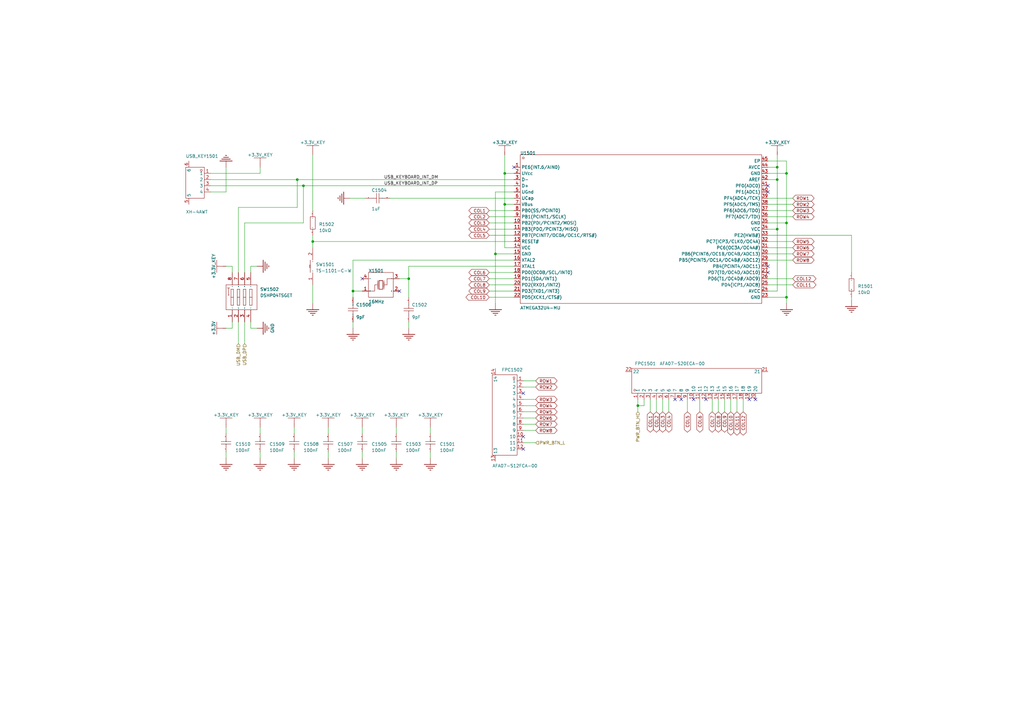
<source format=kicad_sch>
(kicad_sch (version 20250114) (generator "eeschema") (generator_version "9.0")
  (paper "A3")
  (lib_symbols
    (symbol "mainboard:0402B104K250NT"
      (property "Reference" "C" (at 0 0 0))
      (symbol "0402B104K250NT_1_0"
        (polyline (pts (xy -1.27 0) (xy -0.508 0)))
        (polyline (pts (xy -0.508 2.032) (xy -0.508 -2.032)))
        (polyline (pts (xy 0.508 2.032) (xy 0.508 -2.032)))
        (polyline (pts (xy 0.508 0) (xy 1.27 0)))
        (pin input line (at -3.81 0 0) (length 2.54) (name "1") (number "1"))
        (pin input line (at 3.81 0 180) (length 2.54) (name "2") (number "2"))
      )
    )
    (symbol "mainboard:0603WAF1002T5E"
      (symbol "0603WAF1002T5E_1_0"
        (rectangle (start -2.54 -1.016) (end 2.54 1.016))
        (pin input line (at -5.08 0 0) (length 2.54) (name "1") (number "1"))
        (pin input line (at 5.08 0 180) (length 2.54) (name "2") (number "2"))
      )
    )
    (symbol "mainboard:AFA07-S12FCA-00"
      (property "Reference" "FPC" (at 0 0 0))
      (symbol "AFA07-S12FCA-00_1_0"
        (rectangle (start -3.81 -16.51) (end 6.35 16.51))
        (circle (center -2.54 15.24) (radius 0.381))
        (pin input line (at -6.35 13.97 0) (length 2.54) (name "1") (number "1"))
        (pin input line (at -6.35 11.43 0) (length 2.54) (name "2") (number "2"))
        (pin input line (at -6.35 8.89 0) (length 2.54) (name "3") (number "3"))
        (pin input line (at -6.35 6.35 0) (length 2.54) (name "4") (number "4"))
        (pin input line (at -6.35 3.81 0) (length 2.54) (name "5") (number "5"))
        (pin input line (at -6.35 1.27 0) (length 2.54) (name "6") (number "6"))
        (pin input line (at -6.35 -1.27 0) (length 2.54) (name "7") (number "7"))
        (pin input line (at -6.35 -3.81 0) (length 2.54) (name "8") (number "8"))
        (pin input line (at -6.35 -6.35 0) (length 2.54) (name "9") (number "9"))
        (pin input line (at -6.35 -8.89 0) (length 2.54) (name "10") (number "10"))
        (pin input line (at -6.35 -11.43 0) (length 2.54) (name "11") (number "11"))
        (pin input line (at -6.35 -13.97 0) (length 2.54) (name "12") (number "12"))
        (pin input line (at 5.08 19.05 270) (length 2.54) (name "14") (number "14"))
        (pin input line (at 5.08 -19.05 90) (length 2.54) (name "13") (number "13"))
      )
    )
    (symbol "mainboard:AFA07-S20ECA-00"
      (property "Reference" "FPC" (at 0 0 0))
      (symbol "AFA07-S20ECA-00_1_0"
        (rectangle (start -3.81 -26.67) (end 6.35 26.67))
        (circle (center -2.54 25.4) (radius 0.381))
        (pin input line (at -6.35 24.13 0) (length 2.54) (name "1") (number "1"))
        (pin input line (at -6.35 21.59 0) (length 2.54) (name "2") (number "2"))
        (pin input line (at -6.35 19.05 0) (length 2.54) (name "3") (number "3"))
        (pin input line (at -6.35 16.51 0) (length 2.54) (name "4") (number "4"))
        (pin input line (at -6.35 13.97 0) (length 2.54) (name "5") (number "5"))
        (pin input line (at -6.35 11.43 0) (length 2.54) (name "6") (number "6"))
        (pin input line (at -6.35 8.89 0) (length 2.54) (name "7") (number "7"))
        (pin input line (at -6.35 6.35 0) (length 2.54) (name "8") (number "8"))
        (pin input line (at -6.35 3.81 0) (length 2.54) (name "9") (number "9"))
        (pin input line (at -6.35 1.27 0) (length 2.54) (name "10") (number "10"))
        (pin input line (at -6.35 -1.27 0) (length 2.54) (name "11") (number "11"))
        (pin input line (at -6.35 -3.81 0) (length 2.54) (name "12") (number "12"))
        (pin input line (at -6.35 -6.35 0) (length 2.54) (name "13") (number "13"))
        (pin input line (at -6.35 -8.89 0) (length 2.54) (name "14") (number "14"))
        (pin input line (at -6.35 -11.43 0) (length 2.54) (name "15") (number "15"))
        (pin input line (at -6.35 -13.97 0) (length 2.54) (name "16") (number "16"))
        (pin input line (at -6.35 -16.51 0) (length 2.54) (name "17") (number "17"))
        (pin input line (at -6.35 -19.05 0) (length 2.54) (name "18") (number "18"))
        (pin input line (at -6.35 -21.59 0) (length 2.54) (name "19") (number "19"))
        (pin input line (at -6.35 -24.13 0) (length 2.54) (name "20") (number "20"))
        (pin input line (at 5.08 29.21 270) (length 2.54) (name "22") (number "22"))
        (pin input line (at 5.08 -29.21 90) (length 2.54) (name "21") (number "21"))
      )
    )
    (symbol "mainboard:ATMEGA32U4-MU"
      (property "Reference" "U" (at 0 0 0))
      (symbol "ATMEGA32U4-MU_1_0"
        (rectangle (start -49.53 -30.48) (end 49.53 30.48))
        (circle (center -48.26 29.21) (radius 0.381))
        (pin unspecified line (at -52.07 25.4 0) (length 2.54) (name "PE6(INT.6/AIN0)") (number "1"))
        (pin unspecified line (at -52.07 22.86 0) (length 2.54) (name "UVcc") (number "2"))
        (pin unspecified line (at -52.07 20.32 0) (length 2.54) (name "D-") (number "3"))
        (pin unspecified line (at -52.07 17.78 0) (length 2.54) (name "D+") (number "4"))
        (pin unspecified line (at -52.07 15.24 0) (length 2.54) (name "UGnd") (number "5"))
        (pin unspecified line (at -52.07 12.7 0) (length 2.54) (name "UCap") (number "6"))
        (pin unspecified line (at -52.07 10.16 0) (length 2.54) (name "VBus") (number "7"))
        (pin unspecified line (at -52.07 7.62 0) (length 2.54) (name "PB0(SS/PCINT0)") (number "8"))
        (pin unspecified line (at -52.07 5.08 0) (length 2.54) (name "PB1(PCINT1/SCLK)") (number "9"))
        (pin unspecified line (at -52.07 2.54 0) (length 2.54) (name "PB2(PDI/PCINT2/MOSI)") (number "10"))
        (pin unspecified line (at -52.07 0 0) (length 2.54) (name "PB3(PDO/PCINT3/MISO)") (number "11"))
        (pin unspecified line (at -52.07 -2.54 0) (length 2.54) (name "PB7(PCINT7/OC0A/OC1C/RTS#)") (number "12"))
        (pin unspecified line (at -52.07 -5.08 0) (length 2.54) (name "RESET#") (number "13"))
        (pin unspecified line (at -52.07 -7.62 0) (length 2.54) (name "VCC") (number "14"))
        (pin unspecified line (at -52.07 -10.16 0) (length 2.54) (name "GND") (number "15"))
        (pin unspecified line (at -52.07 -12.7 0) (length 2.54) (name "XTAL2") (number "16"))
        (pin unspecified line (at -52.07 -15.24 0) (length 2.54) (name "XTAL1") (number "17"))
        (pin unspecified line (at -52.07 -17.78 0) (length 2.54) (name "PD0(OC0B/SCL/INT0)") (number "18"))
        (pin unspecified line (at -52.07 -20.32 0) (length 2.54) (name "PD1(SDA/INT1)") (number "19"))
        (pin unspecified line (at -52.07 -22.86 0) (length 2.54) (name "PD2(RXD1/INT2)") (number "20"))
        (pin unspecified line (at -52.07 -25.4 0) (length 2.54) (name "PD3(TXD1/INT3)") (number "21"))
        (pin unspecified line (at -52.07 -27.94 0) (length 2.54) (name "PD5(XCK1/CTS#)") (number "22"))
        (pin unspecified line (at 52.07 27.94 180) (length 2.54) (name "EP") (number "45"))
        (pin unspecified line (at 52.07 25.4 180) (length 2.54) (name "AVCC") (number "44"))
        (pin unspecified line (at 52.07 22.86 180) (length 2.54) (name "GND") (number "43"))
        (pin unspecified line (at 52.07 20.32 180) (length 2.54) (name "AREF") (number "42"))
        (pin unspecified line (at 52.07 17.78 180) (length 2.54) (name "PF0(ADC0)") (number "41"))
        (pin unspecified line (at 52.07 15.24 180) (length 2.54) (name "PF1(ADC1)") (number "40"))
        (pin unspecified line (at 52.07 12.7 180) (length 2.54) (name "PF4(ADC4/TCK)") (number "39"))
        (pin unspecified line (at 52.07 10.16 180) (length 2.54) (name "PF5(ADC5/TMS)") (number "38"))
        (pin unspecified line (at 52.07 7.62 180) (length 2.54) (name "PF6(ADC6/TDO)") (number "37"))
        (pin unspecified line (at 52.07 5.08 180) (length 2.54) (name "PF7(ADC7/TDI)") (number "36"))
        (pin unspecified line (at 52.07 2.54 180) (length 2.54) (name "GND") (number "35"))
        (pin unspecified line (at 52.07 0 180) (length 2.54) (name "VCC") (number "34"))
        (pin unspecified line (at 52.07 -2.54 180) (length 2.54) (name "PE2(HWB#)") (number "33"))
        (pin unspecified line (at 52.07 -5.08 180) (length 2.54) (name "PC7(ICP3/CLK0/OC4A)") (number "32"))
        (pin unspecified line (at 52.07 -7.62 180) (length 2.54) (name "PC6(OC3A/OC4A#)") (number "31"))
        (pin unspecified line (at 52.07 -10.16 180) (length 2.54) (name "PB6(PCINT6/OC1B/OC4B/ADC13)") (number "30"))
        (pin unspecified line (at 52.07 -12.7 180) (length 2.54) (name "PB5(PCINT5/OC1A/OC4B#/ADC12)") (number "29"))
        (pin unspecified line (at 52.07 -15.24 180) (length 2.54) (name "PB4(PCINT4/ADC11)") (number "28"))
        (pin unspecified line (at 52.07 -17.78 180) (length 2.54) (name "PD7(T0/OC4D/ADC10)") (number "27"))
        (pin unspecified line (at 52.07 -20.32 180) (length 2.54) (name "PD6(T1/OC4D#/ADC9)") (number "26"))
        (pin unspecified line (at 52.07 -22.86 180) (length 2.54) (name "PD4(ICP1/ADC8)") (number "25"))
        (pin unspecified line (at 52.07 -25.4 180) (length 2.54) (name "AVCC") (number "24"))
        (pin unspecified line (at 52.07 -27.94 180) (length 2.54) (name "GND") (number "23"))
      )
    )
    (symbol "mainboard:CC0603CRNPO9BN9R0"
      (property "Reference" "C" (at 0 0 0))
      (symbol "CC0603CRNPO9BN9R0_1_0"
        (polyline (pts (xy -2.032 0.508) (xy 2.032 0.508)))
        (polyline (pts (xy 0 2.54) (xy 0 0.508)))
        (polyline (pts (xy 0 -0.508) (xy 0 -2.54)))
        (polyline (pts (xy 2.032 -0.508) (xy -2.032 -0.508)))
        (pin input line (at 0 5.08 270) (length 2.54) (name "2") (number "2"))
        (pin input line (at 0 -5.08 90) (length 2.54) (name "1") (number "1"))
      )
    )
    (symbol "mainboard:CL10A105KB8NNNC"
      (property "Reference" "C" (at 0 0 0))
      (symbol "CL10A105KB8NNNC_1_0"
        (polyline (pts (xy -0.508 0) (xy -2.54 0)))
        (polyline (pts (xy -0.508 -2.032) (xy -0.508 2.032)))
        (polyline (pts (xy 0.508 2.032) (xy 0.508 -2.032)))
        (polyline (pts (xy 2.54 0) (xy 0.508 0)))
        (pin unspecified line (at -5.08 0 0) (length 2.54) (name "1") (number "1"))
        (pin unspecified line (at 5.08 0 180) (length 2.54) (name "2") (number "2"))
      )
    )
    (symbol "mainboard:DSHP04TSGER"
      (property "Reference" "SW" (at 0 0 0))
      (symbol "DSHP04TSGER_1_0"
        (polyline (pts (xy -5.08 6.35) (xy -5.08 -6.35)))
        (polyline (pts (xy -5.08 -6.35) (xy 5.08 -6.35)))
        (polyline (pts (xy -3.302 4.318) (xy 3.302 4.318)))
        (polyline (pts (xy -3.302 3.302) (xy -3.302 4.318)))
        (polyline (pts (xy -3.302 1.778) (xy 3.302 1.778)))
        (polyline (pts (xy -3.302 0.762) (xy -3.302 1.778)))
        (polyline (pts (xy -3.302 -0.762) (xy 3.302 -0.762)))
        (polyline (pts (xy -3.302 -1.778) (xy -3.302 -0.762)))
        (polyline (pts (xy -3.302 -3.302) (xy 3.302 -3.302)))
        (polyline (pts (xy -3.302 -4.318) (xy -3.302 -3.302)))
        (polyline (pts (xy 0 4.318) (xy 0 3.302)))
        (polyline (pts (xy 0 1.778) (xy 0 0.762)))
        (polyline (pts (xy 0 -0.762) (xy 0 -1.778)))
        (polyline (pts (xy 0 -3.302) (xy 0 -4.318)))
        (polyline (pts (xy 0.762 5.334) (xy 3.81 5.334)))
        (polyline (pts (xy 1.016 5.08) (xy 0.762 5.334)))
        (polyline (pts (xy 3.302 4.318) (xy 3.302 3.302)))
        (polyline (pts (xy 3.302 3.302) (xy -3.302 3.302)))
        (polyline (pts (xy 3.302 1.778) (xy 3.302 0.762)))
        (polyline (pts (xy 3.302 0.762) (xy -3.302 0.762)))
        (polyline (pts (xy 3.302 -0.762) (xy 3.302 -1.778)))
        (polyline (pts (xy 3.302 -1.778) (xy -3.302 -1.778)))
        (polyline (pts (xy 3.302 -3.302) (xy 3.302 -4.318)))
        (polyline (pts (xy 3.302 -4.318) (xy -3.302 -4.318)))
        (polyline (pts (xy 3.81 5.842) (xy 3.81 4.826)))
        (polyline (pts (xy 5.08 6.35) (xy -5.08 6.35)))
        (polyline (pts (xy 5.08 -6.35) (xy 5.08 6.35)))
        (pin input line (at -10.16 3.81 0) (length 5.08) (name "A1") (number "1"))
        (pin input line (at -10.16 1.27 0) (length 5.08) (name "A2") (number "2"))
        (pin input line (at -10.16 -1.27 0) (length 5.08) (name "A3") (number "3"))
        (pin input line (at -10.16 -3.81 0) (length 5.08) (name "A4") (number "4"))
        (pin input line (at 10.16 3.81 180) (length 5.08) (name "B1") (number "8"))
        (pin input line (at 10.16 1.27 180) (length 5.08) (name "B2") (number "7"))
        (pin input line (at 10.16 -1.27 180) (length 5.08) (name "B3") (number "6"))
        (pin input line (at 10.16 -3.81 180) (length 5.08) (name "B4") (number "5"))
      )
    )
    (symbol "mainboard:Ground-GND" (power) (pin_numbers (hide yes)) (pin_names (hide yes))
      (property "Value" "GND" (at 0 -6.35 0))
      (symbol "Ground-GND_1_0"
        (polyline (pts (xy -2.54 -2.54) (xy 2.54 -2.54)) (stroke (width 0.254)))
        (polyline (pts (xy -1.778 -3.302) (xy 1.778 -3.302)) (stroke (width 0.254)))
        (polyline (pts (xy -1.016 -4.064) (xy 1.016 -4.064)) (stroke (width 0.254)))
        (polyline (pts (xy -0.254 -4.826) (xy 0.254 -4.826)) (stroke (width 0.254)))
        (pin power_in line (at 0 0 270) (length 2.54) (name "GND_KEY") (number "1"))
      )
    )
    (symbol "mainboard:Power-5V" (power) (pin_numbers (hide yes)) (pin_names (hide yes))
      (symbol "Power-5V_1_0"
        (polyline (pts (xy -2.54 3.81) (xy 2.54 3.81)))
        (polyline (pts (xy 0 3.81) (xy 0 1.27)))
        (pin power_in line (at 0 0 90) (length 1.27) (name "+3.3V") (number "1"))
      )
    )
    (symbol "mainboard:TS-1101-C-W"
      (property "Reference" "SW" (at 0 0 0))
      (symbol "TS-1101-C-W_1_0"
        (polyline (pts (xy -2.54 1.016) (xy 2.54 1.016)))
        (polyline (pts (xy -0.508 1.016) (xy -0.508 1.27) (xy -0.508 1.27) (xy 0.508 1.27) (xy 0.508 1.27) (xy 0.508 1.016)))
        (pin unspecified line (at -7.62 0 0) (length 5.08) (name "1") (number "1"))
        (pin unspecified line (at 7.62 0 180) (length 5.08) (name "2") (number "2"))
      )
    )
    (symbol "mainboard:X322516MOB4SI"
      (property "Reference" "X" (at 0 0 0))
      (symbol "X322516MOB4SI_1_0"
        (polyline (pts (xy -5.08 -2.54) (xy -2.54 -2.54) (xy -2.54 -2.54) (xy -2.54 0) (xy -2.54 0) (xy -1.524 0)))
        (rectangle (start -5.08 -5.08) (end 5.08 5.08))
        (polyline (pts (xy -1.27 -1.016) (xy -1.27 1.016)))
        (polyline (pts (xy -1.27 -1.778) (xy -1.27 1.778)))
        (polyline (pts (xy -0.762 -1.778) (xy -0.762 1.778) (xy -0.762 1.778) (xy 0.762 1.778) (xy 0.762 1.778) (xy 0.762 -1.778)))
        (polyline (pts (xy 0.762 1.778) (xy 0.762 -1.778) (xy 0.762 -1.778) (xy -0.762 -1.778) (xy -0.762 -1.778) (xy -0.762 1.778) (xy -0.762 1.778) (xy 0.762 1.778)))
        (polyline (pts (xy 0.762 -1.778) (xy -0.762 -1.778)))
        (polyline (pts (xy 1.27 -1.016) (xy 1.27 1.016)))
        (polyline (pts (xy 1.27 -1.778) (xy 1.27 1.778)))
        (polyline (pts (xy 5.08 2.54) (xy 2.54 2.54) (xy 2.54 2.54) (xy 2.54 0) (xy 2.54 0) (xy 1.524 0)))
        (pin unspecified line (at -7.62 2.54 0) (length 2.54) (name "GND") (number "4"))
        (pin unspecified line (at -7.62 -2.54 0) (length 2.54) (name "OSC1") (number "1"))
        (pin unspecified line (at 7.62 2.54 180) (length 2.54) (name "OSC2") (number "3"))
        (pin unspecified line (at 7.62 -2.54 180) (length 2.54) (name "GND") (number "2"))
      )
    )
    (symbol "mainboard:XH-4AWT"
      (property "Reference" "CN" (at 0 0 0))
      (symbol "XH-4AWT_1_0"
        (rectangle (start -2.54 -6.35) (end 5.08 6.35))
        (circle (center -1.27 5.08) (radius 0.381))
        (pin unspecified line (at -5.08 3.81 0) (length 2.54) (name "1") (number "1"))
        (pin unspecified line (at -5.08 1.27 0) (length 2.54) (name "2") (number "2"))
        (pin unspecified line (at -5.08 -1.27 0) (length 2.54) (name "3") (number "3"))
        (pin unspecified line (at -5.08 -3.81 0) (length 2.54) (name "4") (number "4"))
        (pin unspecified line (at 3.81 8.89 270) (length 2.54) (name "6") (number "6"))
        (pin unspecified line (at 3.81 -8.89 90) (length 2.54) (name "5") (number "5"))
      )
    )
  )
  (junction (at 318.77 93.98))
  (junction (at 322.58 91.44))
  (junction (at 203.2 104.14))
  (junction (at 167.64 114.3))
  (junction (at 322.58 121.92))
  (junction (at 207.01 83.82))
  (junction (at 322.58 71.12))
  (junction (at 318.77 68.58))
  (junction (at 121.92 73.66))
  (junction (at 144.78 119.38))
  (junction (at 261.62 166.37))
  (junction (at 128.27 99.06))
  (junction (at 318.77 73.66))
  (junction (at 124.46 76.2))
  (junction (at 207.01 71.12))
  (no_connect (at 307.34 163.83))
  (no_connect (at 148.59 114.3))
  (no_connect (at 314.96 78.74))
  (no_connect (at 214.63 179.07))
  (no_connect (at 210.82 68.58))
  (no_connect (at 314.96 111.76))
  (no_connect (at 314.96 109.22))
  (no_connect (at 214.63 184.15))
  (no_connect (at 163.83 119.38))
  (no_connect (at 214.63 161.29))
  (no_connect (at 314.96 76.2))
  (no_connect (at 279.4 163.83))
  (no_connect (at 284.48 163.83))
  (no_connect (at 289.56 163.83))
  (no_connect (at 276.86 163.83))
  (no_connect (at 309.88 163.83))
  (wire (pts (xy 325.12 99.06) (xy 314.96 99.06)))
  (wire (pts (xy 143.51 81.28) (xy 149.86 81.28)))
  (wire (pts (xy 318.77 119.38) (xy 314.96 119.38)))
  (wire (pts (xy 207.01 83.82) (xy 207.01 101.6)))
  (wire (pts (xy 219.71 166.37) (xy 214.63 166.37)))
  (wire (pts (xy 92.71 185.42) (xy 92.71 187.96)))
  (wire (pts (xy 203.2 78.74) (xy 210.82 78.74)))
  (wire (pts (xy 100.33 140.97) (xy 100.33 132.08)))
  (wire (pts (xy 162.56 185.42) (xy 162.56 187.96)))
  (wire (pts (xy 210.82 76.2) (xy 124.46 76.2)))
  (wire (pts (xy 92.71 175.26) (xy 92.71 177.8)))
  (wire (pts (xy 100.33 91.44) (xy 100.33 111.76)))
  (wire (pts (xy 292.1 168.91) (xy 292.1 163.83)))
  (wire (pts (xy 97.79 140.97) (xy 97.79 132.08)))
  (wire (pts (xy 92.71 78.74) (xy 86.36 78.74)))
  (wire (pts (xy 314.96 116.84) (xy 325.12 116.84)))
  (wire (pts (xy 106.68 185.42) (xy 106.68 187.96)))
  (wire (pts (xy 322.58 121.92) (xy 322.58 91.44)))
  (wire (pts (xy 274.32 168.91) (xy 274.32 163.83)))
  (wire (pts (xy 304.8 168.91) (xy 304.8 163.83)))
  (wire (pts (xy 128.27 99.06) (xy 128.27 96.52)))
  (wire (pts (xy 121.92 73.66) (xy 121.92 85.09)))
  (wire (pts (xy 105.41 109.22) (xy 102.87 109.22)))
  (wire (pts (xy 210.82 88.9) (xy 200.66 88.9)))
  (wire (pts (xy 134.62 175.26) (xy 134.62 177.8)))
  (wire (pts (xy 261.62 168.91) (xy 261.62 166.37)))
  (wire (pts (xy 203.2 124.46) (xy 203.2 104.14)))
  (wire (pts (xy 167.64 114.3) (xy 167.64 109.22)))
  (wire (pts (xy 214.63 173.99) (xy 219.71 173.99)))
  (wire (pts (xy 322.58 121.92) (xy 314.96 121.92)))
  (wire (pts (xy 95.25 134.62) (xy 92.71 134.62)))
  (wire (pts (xy 106.68 175.26) (xy 106.68 177.8)))
  (wire (pts (xy 322.58 71.12) (xy 314.96 71.12)))
  (wire (pts (xy 219.71 158.75) (xy 214.63 158.75)))
  (wire (pts (xy 203.2 104.14) (xy 203.2 78.74)))
  (wire (pts (xy 314.96 88.9) (xy 325.12 88.9)))
  (wire (pts (xy 214.63 163.83) (xy 219.71 163.83)))
  (wire (pts (xy 120.65 185.42) (xy 120.65 187.96)))
  (wire (pts (xy 261.62 166.37) (xy 264.16 166.37)))
  (wire (pts (xy 349.25 111.76) (xy 349.25 96.52)))
  (wire (pts (xy 264.16 166.37) (xy 264.16 163.83)))
  (wire (pts (xy 210.82 81.28) (xy 160.02 81.28)))
  (wire (pts (xy 210.82 96.52) (xy 200.66 96.52)))
  (wire (pts (xy 318.77 93.98) (xy 318.77 119.38)))
  (wire (pts (xy 95.25 109.22) (xy 95.25 111.76)))
  (wire (pts (xy 322.58 124.46) (xy 322.58 121.92)))
  (wire (pts (xy 121.92 85.09) (xy 97.79 85.09)))
  (wire (pts (xy 207.01 101.6) (xy 210.82 101.6)))
  (wire (pts (xy 322.58 66.04) (xy 314.96 66.04)))
  (wire (pts (xy 200.66 116.84) (xy 210.82 116.84)))
  (wire (pts (xy 219.71 176.53) (xy 214.63 176.53)))
  (wire (pts (xy 302.26 163.83) (xy 302.26 168.91)))
  (wire (pts (xy 294.64 163.83) (xy 294.64 168.91)))
  (wire (pts (xy 92.71 109.22) (xy 95.25 109.22)))
  (wire (pts (xy 102.87 134.62) (xy 102.87 132.08)))
  (wire (pts (xy 219.71 171.45) (xy 214.63 171.45)))
  (wire (pts (xy 200.66 91.44) (xy 210.82 91.44)))
  (wire (pts (xy 322.58 71.12) (xy 322.58 66.04)))
  (wire (pts (xy 207.01 71.12) (xy 210.82 71.12)))
  (wire (pts (xy 314.96 101.6) (xy 325.12 101.6)))
  (wire (pts (xy 210.82 114.3) (xy 200.66 114.3)))
  (wire (pts (xy 106.68 71.12) (xy 86.36 71.12)))
  (wire (pts (xy 266.7 163.83) (xy 266.7 168.91)))
  (wire (pts (xy 322.58 91.44) (xy 322.58 71.12)))
  (wire (pts (xy 210.82 73.66) (xy 121.92 73.66)))
  (wire (pts (xy 207.01 83.82) (xy 210.82 83.82)))
  (wire (pts (xy 318.77 93.98) (xy 314.96 93.98)))
  (wire (pts (xy 281.94 168.91) (xy 281.94 163.83)))
  (wire (pts (xy 325.12 81.28) (xy 314.96 81.28)))
  (wire (pts (xy 325.12 104.14) (xy 314.96 104.14)))
  (wire (pts (xy 287.02 163.83) (xy 287.02 168.91)))
  (wire (pts (xy 318.77 63.5) (xy 318.77 68.58)))
  (wire (pts (xy 144.78 119.38) (xy 144.78 106.68)))
  (wire (pts (xy 269.24 168.91) (xy 269.24 163.83)))
  (wire (pts (xy 200.66 86.36) (xy 210.82 86.36)))
  (wire (pts (xy 128.27 99.06) (xy 128.27 101.6)))
  (wire (pts (xy 214.63 156.21) (xy 219.71 156.21)))
  (wire (pts (xy 167.64 121.92) (xy 167.64 114.3)))
  (wire (pts (xy 214.63 168.91) (xy 219.71 168.91)))
  (wire (pts (xy 120.65 175.26) (xy 120.65 177.8)))
  (wire (pts (xy 349.25 121.92) (xy 349.25 123.19)))
  (wire (pts (xy 144.78 106.68) (xy 210.82 106.68)))
  (wire (pts (xy 134.62 185.42) (xy 134.62 187.96)))
  (wire (pts (xy 95.25 132.08) (xy 95.25 134.62)))
  (wire (pts (xy 318.77 93.98) (xy 318.77 73.66)))
  (wire (pts (xy 314.96 83.82) (xy 325.12 83.82)))
  (wire (pts (xy 297.18 163.83) (xy 297.18 168.91)))
  (wire (pts (xy 167.64 109.22) (xy 210.82 109.22)))
  (wire (pts (xy 124.46 91.44) (xy 100.33 91.44)))
  (wire (pts (xy 176.53 185.42) (xy 176.53 187.96)))
  (wire (pts (xy 167.64 132.08) (xy 167.64 134.62)))
  (wire (pts (xy 102.87 109.22) (xy 102.87 111.76)))
  (wire (pts (xy 176.53 175.26) (xy 176.53 177.8)))
  (wire (pts (xy 318.77 73.66) (xy 314.96 73.66)))
  (wire (pts (xy 128.27 86.36) (xy 128.27 63.5)))
  (wire (pts (xy 144.78 132.08) (xy 144.78 134.62)))
  (wire (pts (xy 144.78 119.38) (xy 148.59 119.38)))
  (wire (pts (xy 124.46 76.2) (xy 86.36 76.2)))
  (wire (pts (xy 325.12 86.36) (xy 314.96 86.36)))
  (wire (pts (xy 200.66 111.76) (xy 210.82 111.76)))
  (wire (pts (xy 162.56 175.26) (xy 162.56 177.8)))
  (wire (pts (xy 318.77 73.66) (xy 318.77 68.58)))
  (wire (pts (xy 210.82 93.98) (xy 200.66 93.98)))
  (wire (pts (xy 92.71 78.74) (xy 92.71 68.58)))
  (wire (pts (xy 271.78 163.83) (xy 271.78 168.91)))
  (wire (pts (xy 207.01 71.12) (xy 207.01 83.82)))
  (wire (pts (xy 203.2 104.14) (xy 210.82 104.14)))
  (wire (pts (xy 167.64 114.3) (xy 163.83 114.3)))
  (wire (pts (xy 325.12 114.3) (xy 314.96 114.3)))
  (wire (pts (xy 322.58 91.44) (xy 314.96 91.44)))
  (wire (pts (xy 261.62 166.37) (xy 261.62 163.83)))
  (wire (pts (xy 106.68 68.58) (xy 106.68 71.12)))
  (wire (pts (xy 314.96 106.68) (xy 325.12 106.68)))
  (wire (pts (xy 128.27 124.46) (xy 128.27 116.84)))
  (wire (pts (xy 299.72 168.91) (xy 299.72 163.83)))
  (wire (pts (xy 318.77 68.58) (xy 314.96 68.58)))
  (wire (pts (xy 124.46 76.2) (xy 124.46 91.44)))
  (wire (pts (xy 105.41 134.62) (xy 102.87 134.62)))
  (wire (pts (xy 148.59 175.26) (xy 148.59 177.8)))
  (wire (pts (xy 148.59 185.42) (xy 148.59 187.96)))
  (wire (pts (xy 207.01 63.5) (xy 207.01 71.12)))
  (wire (pts (xy 214.63 181.61) (xy 219.71 181.61)))
  (wire (pts (xy 121.92 73.66) (xy 86.36 73.66)))
  (wire (pts (xy 200.66 121.92) (xy 210.82 121.92)))
  (wire (pts (xy 144.78 121.92) (xy 144.78 119.38)))
  (wire (pts (xy 314.96 96.52) (xy 349.25 96.52)))
  (wire (pts (xy 97.79 85.09) (xy 97.79 111.76)))
  (wire (pts (xy 128.27 99.06) (xy 210.82 99.06)))
  (wire (pts (xy 210.82 119.38) (xy 200.66 119.38)))
  (label "USB_KEYBOARD_INT_DP" (at 157.48 76.2 0))
  (label "USB_KEYBOARD_INT_DM" (at 157.48 73.66 0))
  (global_label "COL7" (shape bidirectional) (at 292.1 168.91 270) (property "Intersheetrefs" "${INTERSHEET_REFS}" (effects (hide yes))))
  (global_label "ROW6" (shape bidirectional) (at 325.12 101.6 0) (property "Intersheetrefs" "${INTERSHEET_REFS}" (effects (hide yes))))
  (global_label "ROW4" (shape bidirectional) (at 219.71 166.37 0) (property "Intersheetrefs" "${INTERSHEET_REFS}" (effects (hide yes))))
  (global_label "ROW5" (shape bidirectional) (at 325.12 99.06 0) (property "Intersheetrefs" "${INTERSHEET_REFS}" (effects (hide yes))))
  (global_label "COL6" (shape bidirectional) (at 287.02 168.91 270) (property "Intersheetrefs" "${INTERSHEET_REFS}" (effects (hide yes))))
  (global_label "ROW8" (shape bidirectional) (at 325.12 106.68 0) (property "Intersheetrefs" "${INTERSHEET_REFS}" (effects (hide yes))))
  (global_label "COL8" (shape bidirectional) (at 294.64 168.91 270) (property "Intersheetrefs" "${INTERSHEET_REFS}" (effects (hide yes))))
  (global_label "ROW4" (shape bidirectional) (at 325.12 88.9 0) (property "Intersheetrefs" "${INTERSHEET_REFS}" (effects (hide yes))))
  (global_label "COL4" (shape bidirectional) (at 274.32 168.91 270) (property "Intersheetrefs" "${INTERSHEET_REFS}" (effects (hide yes))))
  (global_label "COL2" (shape bidirectional) (at 269.24 168.91 270) (property "Intersheetrefs" "${INTERSHEET_REFS}" (effects (hide yes))))
  (global_label "COL11" (shape bidirectional) (at 302.26 168.91 270) (property "Intersheetrefs" "${INTERSHEET_REFS}" (effects (hide yes))))
  (global_label "COL10" (shape bidirectional) (at 200.66 121.92 180) (property "Intersheetrefs" "${INTERSHEET_REFS}" (effects (hide yes))))
  (global_label "ROW6" (shape bidirectional) (at 219.71 171.45 0) (property "Intersheetrefs" "${INTERSHEET_REFS}" (effects (hide yes))))
  (global_label "ROW2" (shape bidirectional) (at 219.71 158.75 0) (property "Intersheetrefs" "${INTERSHEET_REFS}" (effects (hide yes))))
  (global_label "COL9" (shape bidirectional) (at 200.66 119.38 180) (property "Intersheetrefs" "${INTERSHEET_REFS}" (effects (hide yes))))
  (global_label "COL2" (shape bidirectional) (at 200.66 88.9 180) (property "Intersheetrefs" "${INTERSHEET_REFS}" (effects (hide yes))))
  (global_label "COL11" (shape bidirectional) (at 325.12 116.84 0) (property "Intersheetrefs" "${INTERSHEET_REFS}" (effects (hide yes))))
  (global_label "ROW3" (shape bidirectional) (at 219.71 163.83 0) (property "Intersheetrefs" "${INTERSHEET_REFS}" (effects (hide yes))))
  (global_label "COL1" (shape bidirectional) (at 266.7 168.91 270) (property "Intersheetrefs" "${INTERSHEET_REFS}" (effects (hide yes))))
  (global_label "ROW3" (shape bidirectional) (at 325.12 86.36 0) (property "Intersheetrefs" "${INTERSHEET_REFS}" (effects (hide yes))))
  (global_label "COL3" (shape bidirectional) (at 200.66 91.44 180) (property "Intersheetrefs" "${INTERSHEET_REFS}" (effects (hide yes))))
  (global_label "COL6" (shape bidirectional) (at 200.66 111.76 180) (property "Intersheetrefs" "${INTERSHEET_REFS}" (effects (hide yes))))
  (global_label "COL7" (shape bidirectional) (at 200.66 114.3 180) (property "Intersheetrefs" "${INTERSHEET_REFS}" (effects (hide yes))))
  (global_label "ROW2" (shape bidirectional) (at 325.12 83.82 0) (property "Intersheetrefs" "${INTERSHEET_REFS}" (effects (hide yes))))
  (global_label "COL8" (shape bidirectional) (at 200.66 116.84 180) (property "Intersheetrefs" "${INTERSHEET_REFS}" (effects (hide yes))))
  (global_label "ROW7" (shape bidirectional) (at 325.12 104.14 0) (property "Intersheetrefs" "${INTERSHEET_REFS}" (effects (hide yes))))
  (global_label "COL3" (shape bidirectional) (at 271.78 168.91 270) (property "Intersheetrefs" "${INTERSHEET_REFS}" (effects (hide yes))))
  (global_label "COL12" (shape bidirectional) (at 304.8 168.91 270) (property "Intersheetrefs" "${INTERSHEET_REFS}" (effects (hide yes))))
  (global_label "ROW7" (shape bidirectional) (at 219.71 173.99 0) (property "Intersheetrefs" "${INTERSHEET_REFS}" (effects (hide yes))))
  (global_label "COL5" (shape bidirectional) (at 281.94 168.91 270) (property "Intersheetrefs" "${INTERSHEET_REFS}" (effects (hide yes))))
  (global_label "COL4" (shape bidirectional) (at 200.66 93.98 180) (property "Intersheetrefs" "${INTERSHEET_REFS}" (effects (hide yes))))
  (global_label "COL12" (shape bidirectional) (at 325.12 114.3 0) (property "Intersheetrefs" "${INTERSHEET_REFS}" (effects (hide yes))))
  (global_label "ROW1" (shape bidirectional) (at 325.12 81.28 0) (property "Intersheetrefs" "${INTERSHEET_REFS}" (effects (hide yes))))
  (global_label "COL5" (shape bidirectional) (at 200.66 96.52 180) (property "Intersheetrefs" "${INTERSHEET_REFS}" (effects (hide yes))))
  (global_label "COL9" (shape bidirectional) (at 297.18 168.91 270) (property "Intersheetrefs" "${INTERSHEET_REFS}" (effects (hide yes))))
  (global_label "COL10" (shape bidirectional) (at 299.72 168.91 270) (property "Intersheetrefs" "${INTERSHEET_REFS}" (effects (hide yes))))
  (global_label "COL1" (shape bidirectional) (at 200.66 86.36 180) (property "Intersheetrefs" "${INTERSHEET_REFS}" (effects (hide yes))))
  (global_label "ROW5" (shape bidirectional) (at 219.71 168.91 0) (property "Intersheetrefs" "${INTERSHEET_REFS}" (effects (hide yes))))
  (global_label "ROW1" (shape bidirectional) (at 219.71 156.21 0) (property "Intersheetrefs" "${INTERSHEET_REFS}" (effects (hide yes))))
  (global_label "ROW8" (shape bidirectional) (at 219.71 176.53 0) (property "Intersheetrefs" "${INTERSHEET_REFS}" (effects (hide yes))))
  (hierarchical_label "USB_DM" (shape input) (at 97.79 140.97 270))
  (hierarchical_label "PWR_BTN_H" (shape input) (at 261.62 168.91 270))
  (hierarchical_label "PWR_BTN_L" (shape input) (at 219.71 181.61 0))
  (hierarchical_label "USB_DP" (shape input) (at 100.33 140.97 270))
  (symbol (lib_id "mainboard:0402B104K250NT") (at 106.68 181.61 90) (unit 1)
    (property "Reference" "C1509" (at 110.49 182.88 90) (effects (justify right top)))
    (property "Value" "100nF" (at 110.49 185.42 90) (effects (justify right top)))
    (property "Footprint" "mainboard:C0402" (effects (hide yes)))
    (property "Datasheet" "https://atta.szlcsc.com/upload/public/pdf/source/20200305/C486355_26A10D38EF8C2A5C37091D0039909270.pdf" (effects (hide yes)))
    (property "Description" "Capacitance:100nF Tolerance:±10% Tolerance:±10% Voltage Rated: Temperature Coefficient:" (effects (hide yes)))
    (property "Manufacturer Part" "0402B104K250NT" (effects (hide yes)))
    (property "Manufacturer" "FH(风华)" (effects (hide yes)))
    (property "Supplier Part" "C56392" (effects (hide yes)))
    (property "Supplier" "LCSC" (effects (hide yes)))
    (property "LCSC Part Name" "100nF ±10% 25V" (effects (hide yes)))
  )
  (symbol (lib_id "mainboard:Ground-GND") (at 143.51 81.28 270) (unit 1)
    (property "Reference" "#PWR01514" (effects (hide yes)))
    (property "Value" "GND_KEY" (effects (hide yes)))
    (property "Footprint" "mainboard:" (effects (hide yes)))
  )
  (symbol (lib_id "mainboard:0402B104K250NT") (at 148.59 181.61 90) (unit 1)
    (property "Reference" "C1505" (at 152.4 182.88 90) (effects (justify right top)))
    (property "Value" "100nF" (at 152.4 185.42 90) (effects (justify right top)))
    (property "Footprint" "mainboard:C0402" (effects (hide yes)))
    (property "Datasheet" "https://atta.szlcsc.com/upload/public/pdf/source/20200305/C486355_26A10D38EF8C2A5C37091D0039909270.pdf" (effects (hide yes)))
    (property "Description" "Capacitance:100nF Tolerance:±10% Tolerance:±10% Voltage Rated: Temperature Coefficient:" (effects (hide yes)))
    (property "Manufacturer Part" "0402B104K250NT" (effects (hide yes)))
    (property "Manufacturer" "FH(风华)" (effects (hide yes)))
    (property "Supplier Part" "C56392" (effects (hide yes)))
    (property "Supplier" "LCSC" (effects (hide yes)))
    (property "LCSC Part Name" "100nF ±10% 25V" (effects (hide yes)))
  )
  (symbol (lib_id "mainboard:Ground-GND") (at 176.53 187.96 0) (unit 1)
    (property "Reference" "#PWR01507" (effects (hide yes)))
    (property "Value" "GND_KEY" (effects (hide yes)))
    (property "Footprint" "mainboard:" (effects (hide yes)))
  )
  (symbol (lib_id "mainboard:0402B104K250NT") (at 120.65 181.61 90) (unit 1)
    (property "Reference" "C1508" (at 124.46 182.88 90) (effects (justify right top)))
    (property "Value" "100nF" (at 124.46 185.42 90) (effects (justify right top)))
    (property "Footprint" "mainboard:C0402" (effects (hide yes)))
    (property "Datasheet" "https://atta.szlcsc.com/upload/public/pdf/source/20200305/C486355_26A10D38EF8C2A5C37091D0039909270.pdf" (effects (hide yes)))
    (property "Description" "Capacitance:100nF Tolerance:±10% Tolerance:±10% Voltage Rated: Temperature Coefficient:" (effects (hide yes)))
    (property "Manufacturer Part" "0402B104K250NT" (effects (hide yes)))
    (property "Manufacturer" "FH(风华)" (effects (hide yes)))
    (property "Supplier Part" "C56392" (effects (hide yes)))
    (property "Supplier" "LCSC" (effects (hide yes)))
    (property "LCSC Part Name" "100nF ±10% 25V" (effects (hide yes)))
  )
  (symbol (lib_id "mainboard:Ground-GND") (at 148.59 187.96 0) (unit 1)
    (property "Reference" "#PWR01512" (effects (hide yes)))
    (property "Value" "GND_KEY" (effects (hide yes)))
    (property "Footprint" "mainboard:" (effects (hide yes)))
  )
  (symbol (lib_id "mainboard:X322516MOB4SI") (at 156.21 116.84 0) (unit 1)
    (property "Reference" "X1501" (at 151.13 111.76 0) (effects (justify left bottom)))
    (property "Value" "16MHz" (at 151.13 124.46 0) (effects (justify left bottom)))
    (property "Footprint" "mainboard:CRYSTAL-SMD_4P-L3.2-W2.5-BL" (effects (hide yes)))
    (property "Datasheet" "https://atta.szlcsc.com/upload/public/pdf/source/20240329/19D5F850207469550BEB00D7DFEDBC7A.pdf" (effects (hide yes)))
    (property "Description" "Crystal Type:贴片晶振 Frequency: Normal temperature Frequency Tolerance:±10ppm Normal temperature Frequency Tolerance:±10ppm External load capacitor: Frequency Stability(Full temperature range):±20ppm Frequency Stability(Full temperature range):±20ppm Operati" (effects (hide yes)))
    (property "Manufacturer Part" "X322516MOB4SI" (effects (hide yes)))
    (property "Manufacturer" "YXC(扬兴晶振)" (effects (hide yes)))
    (property "Supplier Part" "C12668" (effects (hide yes)))
    (property "Supplier" "LCSC" (effects (hide yes)))
    (property "LCSC Part Name" "16MHz ±10ppm 12pF" (effects (hide yes)))
  )
  (symbol (lib_id "mainboard:Power-5V") (at 318.77 63.5 0) (unit 1)
    (property "Reference" "#PWR01503" (effects (hide yes)))
    (property "Value" "+3.3V_KEY" (at 318.77 58.42 0))
    (property "Footprint" "mainboard:" (effects (hide yes)))
    (property "Description" "Power-5V" (effects (hide yes)))
  )
  (symbol (lib_id "mainboard:Ground-GND") (at 105.41 109.22 90) (unit 1)
    (property "Reference" "#PWR01524" (effects (hide yes)))
    (property "Value" "GND_KEY" (effects (hide yes)))
    (property "Footprint" "mainboard:" (effects (hide yes)))
  )
  (symbol (lib_id "mainboard:TS-1101-C-W") (at 128.27 109.22 90) (unit 1)
    (property "Reference" "SW1501" (at 129.54 109.22 90) (effects (justify right top)))
    (property "Value" "TS-1101-C-W" (at 129.54 111.76 90) (effects (justify right top)))
    (property "Footprint" "mainboard:SW-SMD_L6.0-W3.3-LS8.0" (effects (hide yes)))
    (property "Datasheet" "https://atta.szlcsc.com/upload/public/pdf/source/20200227/C318938_C2E53B1EEDE37D980A33616AC086DE53.pdf" (effects (hide yes)))
    (property "Description" "Circuit:SPST Actuator Style:Rectangle button Operating Force:260gf Mounting Style:Brick nogging Switch Length:6mm Switch Width:3.6mm Switch Height:2.5mm Strike Gundam:不带 Contact Current:50mA Voltage Rating (AC):- Voltage Rating (DC):12V Power Rating:- Ins" (effects (hide yes)))
    (property "Manufacturer Part" "TS-1101-C-W" (effects (hide yes)))
    (property "Manufacturer" "XKB Connectivity(中国星坤)" (effects (hide yes)))
    (property "Supplier Part" "C318938" (effects (hide yes)))
    (property "Supplier" "LCSC" (effects (hide yes)))
    (property "LCSC Part Name" "6*3.6*2.5mm 立贴 轻触开关" (effects (hide yes)))
  )
  (symbol (lib_id "mainboard:Ground-GND") (at 349.25 123.19 0) (unit 1)
    (property "Reference" "#PWR01501" (effects (hide yes)))
    (property "Value" "GND_KEY" (effects (hide yes)))
    (property "Footprint" "mainboard:" (effects (hide yes)))
  )
  (symbol (lib_id "mainboard:Ground-GND") (at 162.56 187.96 0) (unit 1)
    (property "Reference" "#PWR01510" (effects (hide yes)))
    (property "Value" "GND_KEY" (effects (hide yes)))
    (property "Footprint" "mainboard:" (effects (hide yes)))
  )
  (symbol (lib_id "mainboard:0402B104K250NT") (at 176.53 181.61 90) (unit 1)
    (property "Reference" "C1501" (at 180.34 182.88 90) (effects (justify right top)))
    (property "Value" "100nF" (at 180.34 185.42 90) (effects (justify right top)))
    (property "Footprint" "mainboard:C0402" (effects (hide yes)))
    (property "Datasheet" "https://atta.szlcsc.com/upload/public/pdf/source/20200305/C486355_26A10D38EF8C2A5C37091D0039909270.pdf" (effects (hide yes)))
    (property "Description" "Capacitance:100nF Tolerance:±10% Tolerance:±10% Voltage Rated: Temperature Coefficient:" (effects (hide yes)))
    (property "Manufacturer Part" "0402B104K250NT" (effects (hide yes)))
    (property "Manufacturer" "FH(风华)" (effects (hide yes)))
    (property "Supplier Part" "C56392" (effects (hide yes)))
    (property "Supplier" "LCSC" (effects (hide yes)))
    (property "LCSC Part Name" "100nF ±10% 25V" (effects (hide yes)))
  )
  (symbol (lib_id "mainboard:Ground-GND") (at 203.2 124.46 0) (unit 1)
    (property "Reference" "#PWR01505" (effects (hide yes)))
    (property "Value" "GND_KEY" (effects (hide yes)))
    (property "Footprint" "mainboard:" (effects (hide yes)))
  )
  (symbol (lib_id "mainboard:Ground-GND") (at 120.65 187.96 0) (unit 1)
    (property "Reference" "#PWR01520" (effects (hide yes)))
    (property "Value" "GND_KEY" (effects (hide yes)))
    (property "Footprint" "mainboard:" (effects (hide yes)))
  )
  (symbol (lib_id "mainboard:Power-5V") (at 134.62 175.26 0) (unit 1)
    (property "Reference" "#PWR01515" (effects (hide yes)))
    (property "Value" "+3.3V_KEY" (at 134.62 170.18 0))
    (property "Footprint" "mainboard:" (effects (hide yes)))
    (property "Description" "Power-5V" (effects (hide yes)))
  )
  (symbol (lib_id "mainboard:Ground-GND") (at 134.62 187.96 0) (unit 1)
    (property "Reference" "#PWR01516" (effects (hide yes)))
    (property "Value" "GND_KEY" (effects (hide yes)))
    (property "Footprint" "mainboard:" (effects (hide yes)))
  )
  (symbol (lib_id "mainboard:Power-5V") (at 106.68 175.26 0) (unit 1)
    (property "Reference" "#PWR01522" (effects (hide yes)))
    (property "Value" "+3.3V_KEY" (at 106.68 170.18 0))
    (property "Footprint" "mainboard:" (effects (hide yes)))
    (property "Description" "Power-5V" (effects (hide yes)))
  )
  (symbol (lib_id "mainboard:AFA07-S20ECA-00") (at 285.75 157.48 90) (unit 1)
    (property "Reference" "FPC1501" (at 260.35 149.86 90) (effects (justify right top)))
    (property "Value" "AFA07-S20ECA-00" (at 270.51 149.86 90) (effects (justify right top)))
    (property "Footprint" "mainboard:FPC-SMD_P1.00-20P_LCS-SJ-H2.5" (effects (hide yes)))
    (property "Datasheet" "https://atta.szlcsc.com/upload/public/pdf/source/20180810/C262751_01D74A74D4351CFF8B7B7891E98822FA.pdf" (effects (hide yes)))
    (property "Description" "Locking Feature:抽屉式 Contact Type:Contact,Top Number of Contacts:20P Pitch:1mm Mounting Type:卧贴 FFC, FCB Thickness:0.3mm FFC, FCB Thickness:0.3mm Height Above Board:2.5mm" (effects (hide yes)))
    (property "Manufacturer Part" "AFA07-S20ECA-00" (effects (hide yes)))
    (property "Manufacturer" "JS(钜硕电子)" (effects (hide yes)))
    (property "Supplier Part" "C262745" (effects (hide yes)))
    (property "Supplier" "LCSC" (effects (hide yes)))
    (property "LCSC Part Name" "间距:1mm P数:20P 抽屉式 上接" (effects (hide yes)))
  )
  (symbol (lib_id "mainboard:ATMEGA32U4-MU") (at 262.89 93.98 0) (unit 1)
    (property "Reference" "U1501" (at 213.36 63.5 0) (effects (justify left bottom)))
    (property "Value" "ATMEGA32U4-MU" (at 213.36 127 0) (effects (justify left bottom)))
    (property "Footprint" "mainboard:VQFN-44_L7.0-W7.0-P0.50-BL-EP5.2" (effects (hide yes)))
    (property "Datasheet" "https://atta.szlcsc.com/upload/public/pdf/source/20170515/1494827289828.pdf" (effects (hide yes)))
    (property "Description" "CPU Core:AVR Program Storage Size:32KB RAM Size:2.5KB GPIO Ports Number:26 Operating Voltage Range:2.7V~5.5V Operating Voltage Range:2.7V~5.5V CPU Maximum Speed:16MHz Program Memory Type:FLASH EEPROM:1KB Operating Temperature Range:-40°C~+85°C Operating Tem" (effects (hide yes)))
    (property "Manufacturer Part" "ATMEGA32U4-MU" (effects (hide yes)))
    (property "Manufacturer" "MICROCHIP(美国微芯)" (effects (hide yes)))
    (property "Supplier Part" "C112161" (effects (hide yes)))
    (property "Supplier" "LCSC" (effects (hide yes)))
    (property "LCSC Part Name" "ATMEGA32U4-MU" (effects (hide yes)))
  )
  (symbol (lib_id "mainboard:Power-5V") (at 207.01 63.5 0) (unit 1)
    (property "Reference" "#PWR01504" (effects (hide yes)))
    (property "Value" "+3.3V_KEY" (at 207.01 58.42 0))
    (property "Footprint" "mainboard:" (effects (hide yes)))
    (property "Description" "Power-5V" (effects (hide yes)))
  )
  (symbol (lib_id "mainboard:Power-5V") (at 92.71 134.62 90) (unit 1)
    (property "Reference" "#PWR01528" (effects (hide yes)))
    (property "Value" "+3.3V" (at 87.63 134.62 0))
    (property "Footprint" "mainboard:" (effects (hide yes)))
    (property "Description" "Power-5V" (effects (hide yes)))
  )
  (symbol (lib_id "mainboard:DSHP04TSGER") (at 99.06 121.92 90) (unit 1)
    (property "Reference" "SW1502" (at 106.68 119.38 90) (effects (justify right top)))
    (property "Value" "DSHP04TSGET" (at 106.68 121.92 90) (effects (justify right top)))
    (property "Footprint" "mainboard:SW-SMD_8P-L6.7-W5.4-P1.27-LS8.4" (effects (hide yes)))
    (property "Datasheet" "https://atta.szlcsc.com/upload/public/pdf/source/20150928/1457707425288.pdf" (effects (hide yes)))
    (property "Description" "Type:平拨,凹槽式 Circuit:SPST Number of Positions:4Bit Lead Pitch:1.27mm Operating Life:- Color:Black" (effects (hide yes)))
    (property "Manufacturer Part" "DSHP04TSGET" (effects (hide yes)))
    (property "Manufacturer" "YE" (effects (hide yes)))
    (property "Supplier Part" "C40736" (effects (hide yes)))
    (property "Supplier" "LCSC" (effects (hide yes)))
    (property "LCSC Part Name" "4位 1.27间距 拨码开关" (effects (hide yes)))
  )
  (symbol (lib_id "mainboard:AFA07-S12FCA-00") (at 208.28 170.18 0) (mirror y) (unit 1)
    (property "Reference" "FPC1502" (at 205.74 152.4 0) (effects (justify right bottom)))
    (property "Value" "AFA07-S12FCA-00" (at 201.93 191.77 0) (effects (justify right bottom)))
    (property "Footprint" "mainboard:FPC-SMD_P1.00-12P_LCS-XJ-H2.5" (effects (hide yes)))
    (property "Datasheet" "https://atta.szlcsc.com/upload/public/pdf/source/20191217/C262716_30B15E9A77BFCA4A54741C92DB3BE8CC.pdf" (effects (hide yes)))
    (property "Description" "Locking Feature:抽屉式 Contact Type:Bottom Contact Number of Contacts:12P Pitch:1mm Mounting Type:卧贴 FFC, FCB Thickness:0.3mm FFC, FCB Thickness:0.3mm Height Above Board:2.5mm" (effects (hide yes)))
    (property "Manufacturer Part" "AFA07-S12FCA-00" (effects (hide yes)))
    (property "Manufacturer" "JS(钜硕电子)" (effects (hide yes)))
    (property "Supplier Part" "C262718" (effects (hide yes)))
    (property "Supplier" "LCSC" (effects (hide yes)))
    (property "LCSC Part Name" "间距:1mm P数:12P 抽屉式 下接" (effects (hide yes)))
  )
  (symbol (lib_id "mainboard:Ground-GND") (at 92.71 187.96 0) (unit 1)
    (property "Reference" "#PWR01530" (effects (hide yes)))
    (property "Value" "GND_KEY" (effects (hide yes)))
    (property "Footprint" "mainboard:" (effects (hide yes)))
  )
  (symbol (lib_id "mainboard:0603WAF1002T5E") (at 128.27 91.44 270) (unit 1)
    (property "Reference" "R1502" (at 130.81 92.71 90) (effects (justify left bottom)))
    (property "Value" "10kΩ" (at 130.81 95.25 90) (effects (justify left bottom)))
    (property "Footprint" "mainboard:R0603" (effects (hide yes)))
    (property "Datasheet" "https://atta.szlcsc.com/upload/public/pdf/source/20200306/C422600_1E6D84923E4A46A82E41ADD87F860B5C.pdf" (effects (hide yes)))
    (property "Description" "Type:Thick Film Resistors Resistance:10kΩ Tolerance:±1% Tolerance:±1% Power(Watts): Overload Voltage (Max): Temperature Coefficient:±100ppm/°C Temperature Coefficient:±100ppm/°C Operating Temperature Range:-55°C~+155°C Operating Temperature Range:-55°C~+155°C" (effects (hide yes)))
    (property "Manufacturer Part" "0603WAF1002T5E" (effects (hide yes)))
    (property "Manufacturer" "UNI-ROYAL(厚声)" (effects (hide yes)))
    (property "Supplier Part" "C25804" (effects (hide yes)))
    (property "Supplier" "LCSC" (effects (hide yes)))
    (property "LCSC Part Name" "厚膜电阻 10kΩ ±1% 100mW" (effects (hide yes)))
  )
  (symbol (lib_id "mainboard:Ground-GND") (at 144.78 134.62 0) (unit 1)
    (property "Reference" "#PWR01513" (effects (hide yes)))
    (property "Value" "GND_KEY" (effects (hide yes)))
    (property "Footprint" "mainboard:" (effects (hide yes)))
  )
  (symbol (lib_id "mainboard:0402B104K250NT") (at 92.71 181.61 90) (unit 1)
    (property "Reference" "C1510" (at 96.52 182.88 90) (effects (justify right top)))
    (property "Value" "100nF" (at 96.52 185.42 90) (effects (justify right top)))
    (property "Footprint" "mainboard:C0402" (effects (hide yes)))
    (property "Datasheet" "https://atta.szlcsc.com/upload/public/pdf/source/20200305/C486355_26A10D38EF8C2A5C37091D0039909270.pdf" (effects (hide yes)))
    (property "Description" "Capacitance:100nF Tolerance:±10% Tolerance:±10% Voltage Rated: Temperature Coefficient:" (effects (hide yes)))
    (property "Manufacturer Part" "0402B104K250NT" (effects (hide yes)))
    (property "Manufacturer" "FH(风华)" (effects (hide yes)))
    (property "Supplier Part" "C56392" (effects (hide yes)))
    (property "Supplier" "LCSC" (effects (hide yes)))
    (property "LCSC Part Name" "100nF ±10% 25V" (effects (hide yes)))
  )
  (symbol (lib_id "mainboard:Ground-GND") (at 105.41 134.62 90) (unit 1)
    (property "Reference" "#PWR01525" (effects (hide yes)))
    (property "Value" "GND" (at 111.76 134.62 0))
    (property "Footprint" "mainboard:" (effects (hide yes)))
  )
  (symbol (lib_id "mainboard:Ground-GND") (at 322.58 124.46 0) (unit 1)
    (property "Reference" "#PWR01502" (effects (hide yes)))
    (property "Value" "GND_KEY" (effects (hide yes)))
    (property "Footprint" "mainboard:" (effects (hide yes)))
  )
  (symbol (lib_id "mainboard:Power-5V") (at 92.71 109.22 90) (unit 1)
    (property "Reference" "#PWR01527" (effects (hide yes)))
    (property "Value" "+3.3V_KEY" (at 87.63 109.22 0))
    (property "Footprint" "mainboard:" (effects (hide yes)))
    (property "Description" "Power-5V" (effects (hide yes)))
  )
  (symbol (lib_id "mainboard:XH-4AWT") (at 81.28 74.93 0) (mirror y) (unit 1)
    (property "Reference" "USB_KEY1501" (at 76.2 64.77 0) (effects (justify right bottom)))
    (property "Value" "XH-4AWT" (at 76.2 87.63 0) (effects (justify right bottom)))
    (property "Footprint" "mainboard:CONN-SMD_4P-P2.50-WAFER-254W-4P" (effects (hide yes)))
    (property "Datasheet" "https://atta.szlcsc.com/upload/public/pdf/source/20240716/0EB160231F10F88F17C5354E5529764F.pdf" (effects (hide yes)))
    (property "Description" "Pins Structure:1x4P Pitch:2.5mm Mounting Style:Horizontal attachment Reference Series:XH Number of Pins:4P Number of Rows:1 Number of PINs Per Row:4 Current Rating (Max):3A Contact Material:Brass Contact Plating:Tin Operating Temperature Range:-25°C~+85°C O" (effects (hide yes)))
    (property "Manufacturer Part" "XH-4AWT" (effects (hide yes)))
    (property "Manufacturer" "FG(富港)" (effects (hide yes)))
    (property "Supplier Part" "C2831798" (effects (hide yes)))
    (property "Supplier" "LCSC" (effects (hide yes)))
    (property "LCSC Part Name" "1x4P 间距:2.5mm 卧贴 系列:XH" (effects (hide yes)))
  )
  (symbol (lib_id "mainboard:0603WAF1002T5E") (at 349.25 116.84 270) (unit 1)
    (property "Reference" "R1501" (at 351.79 118.11 90) (effects (justify left bottom)))
    (property "Value" "10kΩ" (at 351.79 120.65 90) (effects (justify left bottom)))
    (property "Footprint" "mainboard:R0603" (effects (hide yes)))
    (property "Datasheet" "https://atta.szlcsc.com/upload/public/pdf/source/20200306/C422600_1E6D84923E4A46A82E41ADD87F860B5C.pdf" (effects (hide yes)))
    (property "Description" "Type:Thick Film Resistors Resistance:10kΩ Tolerance:±1% Tolerance:±1% Power(Watts): Overload Voltage (Max): Temperature Coefficient:±100ppm/°C Temperature Coefficient:±100ppm/°C Operating Temperature Range:-55°C~+155°C Operating Temperature Range:-55°C~+155°C" (effects (hide yes)))
    (property "Manufacturer Part" "0603WAF1002T5E" (effects (hide yes)))
    (property "Manufacturer" "UNI-ROYAL(厚声)" (effects (hide yes)))
    (property "Supplier Part" "C25804" (effects (hide yes)))
    (property "Supplier" "LCSC" (effects (hide yes)))
    (property "LCSC Part Name" "厚膜电阻 10kΩ ±1% 100mW" (effects (hide yes)))
  )
  (symbol (lib_id "mainboard:CC0603CRNPO9BN9R0") (at 144.78 127 0) (unit 1)
    (property "Reference" "C1506" (at 146.05 125.73 0) (effects (justify left bottom)))
    (property "Value" "9pF" (at 146.05 130.81 0) (effects (justify left bottom)))
    (property "Footprint" "mainboard:C0603" (effects (hide yes)))
    (property "Datasheet" "https://atta.szlcsc.com/upload/public/pdf/source/20181008/C309499_21CC21451B82C39E3D92150FD6B30293.pdf" (effects (hide yes)))
    (property "Description" "Capacitance: Voltage Rated: Temperature Coefficient:" (effects (hide yes)))
    (property "Manufacturer Part" "CC0603CRNPO9BN9R0" (effects (hide yes)))
    (property "Manufacturer" "YAGEO(国巨)" (effects (hide yes)))
    (property "Supplier Part" "C282076" (effects (hide yes)))
    (property "Supplier" "LCSC" (effects (hide yes)))
    (property "LCSC Part Name" "9pF 50V" (effects (hide yes)))
  )
  (symbol (lib_id "mainboard:Power-5V") (at 162.56 175.26 0) (unit 1)
    (property "Reference" "#PWR01509" (effects (hide yes)))
    (property "Value" "+3.3V_KEY" (at 162.56 170.18 0))
    (property "Footprint" "mainboard:" (effects (hide yes)))
    (property "Description" "Power-5V" (effects (hide yes)))
  )
  (symbol (lib_id "mainboard:0402B104K250NT") (at 134.62 181.61 90) (unit 1)
    (property "Reference" "C1507" (at 138.43 182.88 90) (effects (justify right top)))
    (property "Value" "100nF" (at 138.43 185.42 90) (effects (justify right top)))
    (property "Footprint" "mainboard:C0402" (effects (hide yes)))
    (property "Datasheet" "https://atta.szlcsc.com/upload/public/pdf/source/20200305/C486355_26A10D38EF8C2A5C37091D0039909270.pdf" (effects (hide yes)))
    (property "Description" "Capacitance:100nF Tolerance:±10% Tolerance:±10% Voltage Rated: Temperature Coefficient:" (effects (hide yes)))
    (property "Manufacturer Part" "0402B104K250NT" (effects (hide yes)))
    (property "Manufacturer" "FH(风华)" (effects (hide yes)))
    (property "Supplier Part" "C56392" (effects (hide yes)))
    (property "Supplier" "LCSC" (effects (hide yes)))
    (property "LCSC Part Name" "100nF ±10% 25V" (effects (hide yes)))
  )
  (symbol (lib_id "mainboard:Ground-GND") (at 128.27 124.46 0) (unit 1)
    (property "Reference" "#PWR01518" (effects (hide yes)))
    (property "Value" "GND_KEY" (effects (hide yes)))
    (property "Footprint" "mainboard:" (effects (hide yes)))
  )
  (symbol (lib_id "mainboard:Ground-GND") (at 106.68 187.96 0) (unit 1)
    (property "Reference" "#PWR01523" (effects (hide yes)))
    (property "Value" "GND_KEY" (effects (hide yes)))
    (property "Footprint" "mainboard:" (effects (hide yes)))
  )
  (symbol (lib_id "mainboard:Power-5V") (at 148.59 175.26 0) (unit 1)
    (property "Reference" "#PWR01511" (effects (hide yes)))
    (property "Value" "+3.3V_KEY" (at 148.59 170.18 0))
    (property "Footprint" "mainboard:" (effects (hide yes)))
    (property "Description" "Power-5V" (effects (hide yes)))
  )
  (symbol (lib_id "mainboard:CC0603CRNPO9BN9R0") (at 167.64 127 0) (unit 1)
    (property "Reference" "C1502" (at 168.91 125.73 0) (effects (justify left bottom)))
    (property "Value" "9pF" (at 168.91 130.81 0) (effects (justify left bottom)))
    (property "Footprint" "mainboard:C0603" (effects (hide yes)))
    (property "Datasheet" "https://atta.szlcsc.com/upload/public/pdf/source/20181008/C309499_21CC21451B82C39E3D92150FD6B30293.pdf" (effects (hide yes)))
    (property "Description" "Capacitance: Voltage Rated: Temperature Coefficient:" (effects (hide yes)))
    (property "Manufacturer Part" "CC0603CRNPO9BN9R0" (effects (hide yes)))
    (property "Manufacturer" "YAGEO(国巨)" (effects (hide yes)))
    (property "Supplier Part" "C282076" (effects (hide yes)))
    (property "Supplier" "LCSC" (effects (hide yes)))
    (property "LCSC Part Name" "9pF 50V" (effects (hide yes)))
  )
  (symbol (lib_id "mainboard:CL10A105KB8NNNC") (at 154.94 81.28 0) (unit 1)
    (property "Reference" "C1504" (at 152.4 78.74 0) (effects (justify left bottom)))
    (property "Value" "1uF" (at 152.4 86.36 0) (effects (justify left bottom)))
    (property "Footprint" "mainboard:C0603" (effects (hide yes)))
    (property "Datasheet" "https://atta.szlcsc.com/upload/public/pdf/source/20160218/1457707763339.pdf" (effects (hide yes)))
    (property "Description" "Capacitance: Tolerance:±10% Tolerance:±10% Voltage Rated: Temperature Coefficient:" (effects (hide yes)))
    (property "Manufacturer Part" "CL10A105KB8NNNC" (effects (hide yes)))
    (property "Manufacturer" "SAMSUNG(三星)" (effects (hide yes)))
    (property "Supplier Part" "C15849" (effects (hide yes)))
    (property "Supplier" "LCSC" (effects (hide yes)))
    (property "LCSC Part Name" "1uF ±10% 50V" (effects (hide yes)))
  )
  (symbol (lib_id "mainboard:Power-5V") (at 176.53 175.26 0) (unit 1)
    (property "Reference" "#PWR01506" (effects (hide yes)))
    (property "Value" "+3.3V_KEY" (at 176.53 170.18 0))
    (property "Footprint" "mainboard:" (effects (hide yes)))
    (property "Description" "Power-5V" (effects (hide yes)))
  )
  (symbol (lib_id "mainboard:Power-5V") (at 128.27 63.5 0) (unit 1)
    (property "Reference" "#PWR01517" (effects (hide yes)))
    (property "Value" "+3.3V_KEY" (at 128.27 58.42 0))
    (property "Footprint" "mainboard:" (effects (hide yes)))
    (property "Description" "Power-5V" (effects (hide yes)))
  )
  (symbol (lib_id "mainboard:Power-5V") (at 92.71 175.26 0) (unit 1)
    (property "Reference" "#PWR01529" (effects (hide yes)))
    (property "Value" "+3.3V_KEY" (at 92.71 170.18 0))
    (property "Footprint" "mainboard:" (effects (hide yes)))
    (property "Description" "Power-5V" (effects (hide yes)))
  )
  (symbol (lib_id "mainboard:Power-5V") (at 106.68 68.58 0) (unit 1)
    (property "Reference" "#PWR01521" (effects (hide yes)))
    (property "Value" "+3.3V_KEY" (at 106.68 63.5 0))
    (property "Footprint" "mainboard:" (effects (hide yes)))
    (property "Description" "Power-5V" (effects (hide yes)))
  )
  (symbol (lib_id "mainboard:Ground-GND") (at 167.64 134.62 0) (unit 1)
    (property "Reference" "#PWR01508" (effects (hide yes)))
    (property "Value" "GND_KEY" (effects (hide yes)))
    (property "Footprint" "mainboard:" (effects (hide yes)))
  )
  (symbol (lib_id "mainboard:Ground-GND") (at 92.71 68.58 180) (unit 1)
    (property "Reference" "#PWR01526" (effects (hide yes)))
    (property "Value" "GND_KEY" (effects (hide yes)))
    (property "Footprint" "mainboard:" (effects (hide yes)))
  )
  (symbol (lib_id "mainboard:Power-5V") (at 120.65 175.26 0) (unit 1)
    (property "Reference" "#PWR01519" (effects (hide yes)))
    (property "Value" "+3.3V_KEY" (at 120.65 170.18 0))
    (property "Footprint" "mainboard:" (effects (hide yes)))
    (property "Description" "Power-5V" (effects (hide yes)))
  )
  (symbol (lib_id "mainboard:0402B104K250NT") (at 162.56 181.61 90) (unit 1)
    (property "Reference" "C1503" (at 166.37 182.88 90) (effects (justify right top)))
    (property "Value" "100nF" (at 166.37 185.42 90) (effects (justify right top)))
    (property "Footprint" "mainboard:C0402" (effects (hide yes)))
    (property "Datasheet" "https://atta.szlcsc.com/upload/public/pdf/source/20200305/C486355_26A10D38EF8C2A5C37091D0039909270.pdf" (effects (hide yes)))
    (property "Description" "Capacitance:100nF Tolerance:±10% Tolerance:±10% Voltage Rated: Temperature Coefficient:" (effects (hide yes)))
    (property "Manufacturer Part" "0402B104K250NT" (effects (hide yes)))
    (property "Manufacturer" "FH(风华)" (effects (hide yes)))
    (property "Supplier Part" "C56392" (effects (hide yes)))
    (property "Supplier" "LCSC" (effects (hide yes)))
    (property "LCSC Part Name" "100nF ±10% 25V" (effects (hide yes)))
  )
)
</source>
